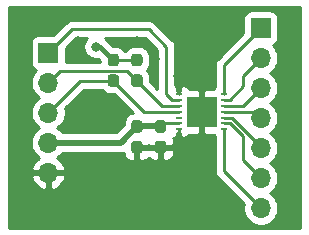
<source format=gtl>
G04 #@! TF.GenerationSoftware,KiCad,Pcbnew,(5.1.6)-1*
G04 #@! TF.CreationDate,2021-04-19T16:32:52+02:00*
G04 #@! TF.ProjectId,LMP91000_Breakout_Board,4c4d5039-3130-4303-905f-427265616b6f,rev?*
G04 #@! TF.SameCoordinates,Original*
G04 #@! TF.FileFunction,Copper,L1,Top*
G04 #@! TF.FilePolarity,Positive*
%FSLAX46Y46*%
G04 Gerber Fmt 4.6, Leading zero omitted, Abs format (unit mm)*
G04 Created by KiCad (PCBNEW (5.1.6)-1) date 2021-04-19 16:32:52*
%MOMM*%
%LPD*%
G01*
G04 APERTURE LIST*
G04 #@! TA.AperFunction,SMDPad,CuDef*
%ADD10R,2.600000X2.600000*%
G04 #@! TD*
G04 #@! TA.AperFunction,SMDPad,CuDef*
%ADD11R,0.600000X0.250000*%
G04 #@! TD*
G04 #@! TA.AperFunction,ComponentPad*
%ADD12O,1.700000X1.700000*%
G04 #@! TD*
G04 #@! TA.AperFunction,ComponentPad*
%ADD13R,1.700000X1.700000*%
G04 #@! TD*
G04 #@! TA.AperFunction,ViaPad*
%ADD14C,0.800000*%
G04 #@! TD*
G04 #@! TA.AperFunction,Conductor*
%ADD15C,0.250000*%
G04 #@! TD*
G04 #@! TA.AperFunction,Conductor*
%ADD16C,0.500000*%
G04 #@! TD*
G04 #@! TA.AperFunction,Conductor*
%ADD17C,0.400000*%
G04 #@! TD*
G04 #@! TA.AperFunction,Conductor*
%ADD18C,0.254000*%
G04 #@! TD*
G04 APERTURE END LIST*
D10*
X145975000Y-87000000D03*
D11*
X144050000Y-85500000D03*
X144050000Y-86000000D03*
X144050000Y-86500000D03*
X144050000Y-87000000D03*
X144050000Y-87500000D03*
X144050000Y-88000000D03*
X144050000Y-88500000D03*
X147850000Y-88500000D03*
X147850000Y-88000000D03*
X147850000Y-87500000D03*
X147850000Y-87000000D03*
X147850000Y-86500000D03*
X147850000Y-86000000D03*
X147850000Y-85500000D03*
G04 #@! TA.AperFunction,SMDPad,CuDef*
G36*
G01*
X140262500Y-83850000D02*
X140737500Y-83850000D01*
G75*
G02*
X140975000Y-84087500I0J-237500D01*
G01*
X140975000Y-84662500D01*
G75*
G02*
X140737500Y-84900000I-237500J0D01*
G01*
X140262500Y-84900000D01*
G75*
G02*
X140025000Y-84662500I0J237500D01*
G01*
X140025000Y-84087500D01*
G75*
G02*
X140262500Y-83850000I237500J0D01*
G01*
G37*
G04 #@! TD.AperFunction*
G04 #@! TA.AperFunction,SMDPad,CuDef*
G36*
G01*
X140262500Y-82100000D02*
X140737500Y-82100000D01*
G75*
G02*
X140975000Y-82337500I0J-237500D01*
G01*
X140975000Y-82912500D01*
G75*
G02*
X140737500Y-83150000I-237500J0D01*
G01*
X140262500Y-83150000D01*
G75*
G02*
X140025000Y-82912500I0J237500D01*
G01*
X140025000Y-82337500D01*
G75*
G02*
X140262500Y-82100000I237500J0D01*
G01*
G37*
G04 #@! TD.AperFunction*
G04 #@! TA.AperFunction,SMDPad,CuDef*
G36*
G01*
X138262500Y-83850000D02*
X138737500Y-83850000D01*
G75*
G02*
X138975000Y-84087500I0J-237500D01*
G01*
X138975000Y-84662500D01*
G75*
G02*
X138737500Y-84900000I-237500J0D01*
G01*
X138262500Y-84900000D01*
G75*
G02*
X138025000Y-84662500I0J237500D01*
G01*
X138025000Y-84087500D01*
G75*
G02*
X138262500Y-83850000I237500J0D01*
G01*
G37*
G04 #@! TD.AperFunction*
G04 #@! TA.AperFunction,SMDPad,CuDef*
G36*
G01*
X138262500Y-82100000D02*
X138737500Y-82100000D01*
G75*
G02*
X138975000Y-82337500I0J-237500D01*
G01*
X138975000Y-82912500D01*
G75*
G02*
X138737500Y-83150000I-237500J0D01*
G01*
X138262500Y-83150000D01*
G75*
G02*
X138025000Y-82912500I0J237500D01*
G01*
X138025000Y-82337500D01*
G75*
G02*
X138262500Y-82100000I237500J0D01*
G01*
G37*
G04 #@! TD.AperFunction*
D12*
X133000000Y-92160000D03*
X133000000Y-89620000D03*
X133000000Y-87080000D03*
X133000000Y-84540000D03*
D13*
X133000000Y-82000000D03*
D12*
X151000000Y-95160000D03*
X151000000Y-92620000D03*
X151000000Y-90080000D03*
X151000000Y-87540000D03*
X151000000Y-85000000D03*
X151000000Y-82460000D03*
D13*
X151000000Y-79920000D03*
G04 #@! TA.AperFunction,SMDPad,CuDef*
G36*
G01*
X140262500Y-89475000D02*
X140737500Y-89475000D01*
G75*
G02*
X140975000Y-89712500I0J-237500D01*
G01*
X140975000Y-90287500D01*
G75*
G02*
X140737500Y-90525000I-237500J0D01*
G01*
X140262500Y-90525000D01*
G75*
G02*
X140025000Y-90287500I0J237500D01*
G01*
X140025000Y-89712500D01*
G75*
G02*
X140262500Y-89475000I237500J0D01*
G01*
G37*
G04 #@! TD.AperFunction*
G04 #@! TA.AperFunction,SMDPad,CuDef*
G36*
G01*
X140262500Y-87725000D02*
X140737500Y-87725000D01*
G75*
G02*
X140975000Y-87962500I0J-237500D01*
G01*
X140975000Y-88537500D01*
G75*
G02*
X140737500Y-88775000I-237500J0D01*
G01*
X140262500Y-88775000D01*
G75*
G02*
X140025000Y-88537500I0J237500D01*
G01*
X140025000Y-87962500D01*
G75*
G02*
X140262500Y-87725000I237500J0D01*
G01*
G37*
G04 #@! TD.AperFunction*
G04 #@! TA.AperFunction,SMDPad,CuDef*
G36*
G01*
X142262500Y-89475000D02*
X142737500Y-89475000D01*
G75*
G02*
X142975000Y-89712500I0J-237500D01*
G01*
X142975000Y-90287500D01*
G75*
G02*
X142737500Y-90525000I-237500J0D01*
G01*
X142262500Y-90525000D01*
G75*
G02*
X142025000Y-90287500I0J237500D01*
G01*
X142025000Y-89712500D01*
G75*
G02*
X142262500Y-89475000I237500J0D01*
G01*
G37*
G04 #@! TD.AperFunction*
G04 #@! TA.AperFunction,SMDPad,CuDef*
G36*
G01*
X142262500Y-87725000D02*
X142737500Y-87725000D01*
G75*
G02*
X142975000Y-87962500I0J-237500D01*
G01*
X142975000Y-88537500D01*
G75*
G02*
X142737500Y-88775000I-237500J0D01*
G01*
X142262500Y-88775000D01*
G75*
G02*
X142025000Y-88537500I0J237500D01*
G01*
X142025000Y-87962500D01*
G75*
G02*
X142262500Y-87725000I237500J0D01*
G01*
G37*
G04 #@! TD.AperFunction*
D14*
X142500000Y-91500000D03*
X140500000Y-91500000D03*
X144000000Y-90000000D03*
X139000000Y-91000000D03*
X146000000Y-84000000D03*
X145000000Y-84000000D03*
X144000000Y-84000000D03*
X136500000Y-88500000D03*
X138500000Y-87000000D03*
X142000000Y-82500000D03*
X140500000Y-81000000D03*
X135500000Y-81000000D03*
X137000000Y-81500000D03*
D15*
X144050000Y-89950000D02*
X144000000Y-90000000D01*
X144050000Y-88500000D02*
X144050000Y-89950000D01*
X144050000Y-84050000D02*
X144000000Y-84000000D01*
X144050000Y-85500000D02*
X144050000Y-84050000D01*
X142750000Y-88000000D02*
X142500000Y-88250000D01*
X144050000Y-88000000D02*
X142750000Y-88000000D01*
D16*
X142500000Y-88250000D02*
X140500000Y-88250000D01*
X139130000Y-89620000D02*
X140500000Y-88250000D01*
X133000000Y-89620000D02*
X139130000Y-89620000D01*
D15*
X140500000Y-82625000D02*
X138500000Y-82625000D01*
D17*
X137375000Y-81500000D02*
X138500000Y-82625000D01*
X137000000Y-81500000D02*
X137375000Y-81500000D01*
D15*
X147850000Y-92010000D02*
X147850000Y-88500000D01*
X151000000Y-95160000D02*
X147850000Y-92010000D01*
X148400000Y-88000000D02*
X149500000Y-89100000D01*
X147850000Y-88000000D02*
X148400000Y-88000000D01*
X149500000Y-91120000D02*
X151000000Y-92620000D01*
X149500000Y-89100000D02*
X149500000Y-91120000D01*
X151000000Y-89963590D02*
X151000000Y-90080000D01*
X148536410Y-87500000D02*
X151000000Y-89963590D01*
X147850000Y-87500000D02*
X148536410Y-87500000D01*
X150460000Y-87000000D02*
X151000000Y-87540000D01*
X147850000Y-87000000D02*
X150460000Y-87000000D01*
X149500000Y-86500000D02*
X151000000Y-85000000D01*
X147850000Y-86500000D02*
X149500000Y-86500000D01*
X148360002Y-86000000D02*
X149500000Y-84860002D01*
X147850000Y-86000000D02*
X148360002Y-86000000D01*
X149500000Y-83960000D02*
X151000000Y-82460000D01*
X149500000Y-84860002D02*
X149500000Y-83960000D01*
X147850000Y-83070000D02*
X151000000Y-79920000D01*
X147850000Y-85500000D02*
X147850000Y-83070000D01*
X141125000Y-87000000D02*
X138500000Y-84375000D01*
X144050000Y-87000000D02*
X141125000Y-87000000D01*
X135705000Y-84375000D02*
X133000000Y-87080000D01*
X138500000Y-84375000D02*
X135705000Y-84375000D01*
X142625000Y-86500000D02*
X140500000Y-84375000D01*
X144050000Y-86500000D02*
X142625000Y-86500000D01*
X134015010Y-83524990D02*
X133000000Y-84540000D01*
X139649990Y-83524990D02*
X134015010Y-83524990D01*
X140500000Y-84375000D02*
X139649990Y-83524990D01*
X143500000Y-86000000D02*
X143000000Y-85500000D01*
X144050000Y-86000000D02*
X143500000Y-86000000D01*
X143000000Y-85500000D02*
X143000000Y-81500000D01*
X143000000Y-81500000D02*
X141500000Y-80000000D01*
X135000000Y-80000000D02*
X133000000Y-82000000D01*
X141500000Y-80000000D02*
X135000000Y-80000000D01*
D18*
G36*
X154340000Y-96840000D02*
G01*
X129660000Y-96840000D01*
X129660000Y-92516890D01*
X131558524Y-92516890D01*
X131603175Y-92664099D01*
X131728359Y-92926920D01*
X131902412Y-93160269D01*
X132118645Y-93355178D01*
X132368748Y-93504157D01*
X132643109Y-93601481D01*
X132873000Y-93480814D01*
X132873000Y-92287000D01*
X133127000Y-92287000D01*
X133127000Y-93480814D01*
X133356891Y-93601481D01*
X133631252Y-93504157D01*
X133881355Y-93355178D01*
X134097588Y-93160269D01*
X134271641Y-92926920D01*
X134396825Y-92664099D01*
X134441476Y-92516890D01*
X134320155Y-92287000D01*
X133127000Y-92287000D01*
X132873000Y-92287000D01*
X131679845Y-92287000D01*
X131558524Y-92516890D01*
X129660000Y-92516890D01*
X129660000Y-81150000D01*
X131511928Y-81150000D01*
X131511928Y-82850000D01*
X131524188Y-82974482D01*
X131560498Y-83094180D01*
X131619463Y-83204494D01*
X131698815Y-83301185D01*
X131795506Y-83380537D01*
X131905820Y-83439502D01*
X131978380Y-83461513D01*
X131846525Y-83593368D01*
X131684010Y-83836589D01*
X131572068Y-84106842D01*
X131515000Y-84393740D01*
X131515000Y-84686260D01*
X131572068Y-84973158D01*
X131684010Y-85243411D01*
X131846525Y-85486632D01*
X132053368Y-85693475D01*
X132227760Y-85810000D01*
X132053368Y-85926525D01*
X131846525Y-86133368D01*
X131684010Y-86376589D01*
X131572068Y-86646842D01*
X131515000Y-86933740D01*
X131515000Y-87226260D01*
X131572068Y-87513158D01*
X131684010Y-87783411D01*
X131846525Y-88026632D01*
X132053368Y-88233475D01*
X132227760Y-88350000D01*
X132053368Y-88466525D01*
X131846525Y-88673368D01*
X131684010Y-88916589D01*
X131572068Y-89186842D01*
X131515000Y-89473740D01*
X131515000Y-89766260D01*
X131572068Y-90053158D01*
X131684010Y-90323411D01*
X131846525Y-90566632D01*
X132053368Y-90773475D01*
X132235534Y-90895195D01*
X132118645Y-90964822D01*
X131902412Y-91159731D01*
X131728359Y-91393080D01*
X131603175Y-91655901D01*
X131558524Y-91803110D01*
X131679845Y-92033000D01*
X132873000Y-92033000D01*
X132873000Y-92013000D01*
X133127000Y-92013000D01*
X133127000Y-92033000D01*
X134320155Y-92033000D01*
X134441476Y-91803110D01*
X134396825Y-91655901D01*
X134271641Y-91393080D01*
X134097588Y-91159731D01*
X133881355Y-90964822D01*
X133764466Y-90895195D01*
X133946632Y-90773475D01*
X134153475Y-90566632D01*
X134194656Y-90505000D01*
X139086531Y-90505000D01*
X139130000Y-90509281D01*
X139173469Y-90505000D01*
X139173477Y-90505000D01*
X139303490Y-90492195D01*
X139387677Y-90466657D01*
X139386928Y-90525000D01*
X139399188Y-90649482D01*
X139435498Y-90769180D01*
X139494463Y-90879494D01*
X139573815Y-90976185D01*
X139670506Y-91055537D01*
X139780820Y-91114502D01*
X139900518Y-91150812D01*
X140025000Y-91163072D01*
X140214250Y-91160000D01*
X140373000Y-91001250D01*
X140373000Y-90127000D01*
X140627000Y-90127000D01*
X140627000Y-91001250D01*
X140785750Y-91160000D01*
X140975000Y-91163072D01*
X141099482Y-91150812D01*
X141219180Y-91114502D01*
X141329494Y-91055537D01*
X141426185Y-90976185D01*
X141500000Y-90886241D01*
X141573815Y-90976185D01*
X141670506Y-91055537D01*
X141780820Y-91114502D01*
X141900518Y-91150812D01*
X142025000Y-91163072D01*
X142214250Y-91160000D01*
X142373000Y-91001250D01*
X142373000Y-90127000D01*
X142627000Y-90127000D01*
X142627000Y-91001250D01*
X142785750Y-91160000D01*
X142975000Y-91163072D01*
X143099482Y-91150812D01*
X143219180Y-91114502D01*
X143329494Y-91055537D01*
X143426185Y-90976185D01*
X143505537Y-90879494D01*
X143564502Y-90769180D01*
X143600812Y-90649482D01*
X143613072Y-90525000D01*
X143610000Y-90285750D01*
X143451250Y-90127000D01*
X142627000Y-90127000D01*
X142373000Y-90127000D01*
X141548750Y-90127000D01*
X141500000Y-90175750D01*
X141451250Y-90127000D01*
X140627000Y-90127000D01*
X140373000Y-90127000D01*
X140353000Y-90127000D01*
X140353000Y-89873000D01*
X140373000Y-89873000D01*
X140373000Y-89853000D01*
X140627000Y-89853000D01*
X140627000Y-89873000D01*
X141451250Y-89873000D01*
X141500000Y-89824250D01*
X141548750Y-89873000D01*
X142373000Y-89873000D01*
X142373000Y-89853000D01*
X142627000Y-89853000D01*
X142627000Y-89873000D01*
X143451250Y-89873000D01*
X143610000Y-89714250D01*
X143613072Y-89475000D01*
X143600812Y-89350518D01*
X143565085Y-89232743D01*
X143642661Y-89253979D01*
X143764250Y-89260000D01*
X143923000Y-89101250D01*
X143923000Y-88763072D01*
X144177000Y-88763072D01*
X144177000Y-89101250D01*
X144335750Y-89260000D01*
X144457339Y-89253979D01*
X144577985Y-89220952D01*
X144689868Y-89165023D01*
X144788691Y-89088342D01*
X144870656Y-88993855D01*
X144902855Y-88937382D01*
X145689250Y-88935000D01*
X145848000Y-88776250D01*
X145848000Y-87127000D01*
X145828000Y-87127000D01*
X145828000Y-86873000D01*
X145848000Y-86873000D01*
X145848000Y-85223750D01*
X146102000Y-85223750D01*
X146102000Y-86873000D01*
X146122000Y-86873000D01*
X146122000Y-87127000D01*
X146102000Y-87127000D01*
X146102000Y-88776250D01*
X146260750Y-88935000D01*
X146996872Y-88937230D01*
X147019463Y-88979494D01*
X147090001Y-89065445D01*
X147090000Y-91972677D01*
X147086324Y-92010000D01*
X147090000Y-92047322D01*
X147090000Y-92047332D01*
X147100997Y-92158985D01*
X147139829Y-92287000D01*
X147144454Y-92302246D01*
X147215026Y-92434276D01*
X147245176Y-92471013D01*
X147309999Y-92550001D01*
X147339003Y-92573804D01*
X149558790Y-94793592D01*
X149515000Y-95013740D01*
X149515000Y-95306260D01*
X149572068Y-95593158D01*
X149684010Y-95863411D01*
X149846525Y-96106632D01*
X150053368Y-96313475D01*
X150296589Y-96475990D01*
X150566842Y-96587932D01*
X150853740Y-96645000D01*
X151146260Y-96645000D01*
X151433158Y-96587932D01*
X151703411Y-96475990D01*
X151946632Y-96313475D01*
X152153475Y-96106632D01*
X152315990Y-95863411D01*
X152427932Y-95593158D01*
X152485000Y-95306260D01*
X152485000Y-95013740D01*
X152427932Y-94726842D01*
X152315990Y-94456589D01*
X152153475Y-94213368D01*
X151946632Y-94006525D01*
X151772240Y-93890000D01*
X151946632Y-93773475D01*
X152153475Y-93566632D01*
X152315990Y-93323411D01*
X152427932Y-93053158D01*
X152485000Y-92766260D01*
X152485000Y-92473740D01*
X152427932Y-92186842D01*
X152315990Y-91916589D01*
X152153475Y-91673368D01*
X151946632Y-91466525D01*
X151772240Y-91350000D01*
X151946632Y-91233475D01*
X152153475Y-91026632D01*
X152315990Y-90783411D01*
X152427932Y-90513158D01*
X152485000Y-90226260D01*
X152485000Y-89933740D01*
X152427932Y-89646842D01*
X152315990Y-89376589D01*
X152153475Y-89133368D01*
X151946632Y-88926525D01*
X151772240Y-88810000D01*
X151946632Y-88693475D01*
X152153475Y-88486632D01*
X152315990Y-88243411D01*
X152427932Y-87973158D01*
X152485000Y-87686260D01*
X152485000Y-87393740D01*
X152427932Y-87106842D01*
X152315990Y-86836589D01*
X152153475Y-86593368D01*
X151946632Y-86386525D01*
X151772240Y-86270000D01*
X151946632Y-86153475D01*
X152153475Y-85946632D01*
X152315990Y-85703411D01*
X152427932Y-85433158D01*
X152485000Y-85146260D01*
X152485000Y-84853740D01*
X152427932Y-84566842D01*
X152315990Y-84296589D01*
X152153475Y-84053368D01*
X151946632Y-83846525D01*
X151772240Y-83730000D01*
X151946632Y-83613475D01*
X152153475Y-83406632D01*
X152315990Y-83163411D01*
X152427932Y-82893158D01*
X152485000Y-82606260D01*
X152485000Y-82313740D01*
X152427932Y-82026842D01*
X152315990Y-81756589D01*
X152153475Y-81513368D01*
X152021620Y-81381513D01*
X152094180Y-81359502D01*
X152204494Y-81300537D01*
X152301185Y-81221185D01*
X152380537Y-81124494D01*
X152439502Y-81014180D01*
X152475812Y-80894482D01*
X152488072Y-80770000D01*
X152488072Y-79070000D01*
X152475812Y-78945518D01*
X152439502Y-78825820D01*
X152380537Y-78715506D01*
X152301185Y-78618815D01*
X152204494Y-78539463D01*
X152094180Y-78480498D01*
X151974482Y-78444188D01*
X151850000Y-78431928D01*
X150150000Y-78431928D01*
X150025518Y-78444188D01*
X149905820Y-78480498D01*
X149795506Y-78539463D01*
X149698815Y-78618815D01*
X149619463Y-78715506D01*
X149560498Y-78825820D01*
X149524188Y-78945518D01*
X149511928Y-79070000D01*
X149511928Y-80333270D01*
X147338998Y-82506201D01*
X147310000Y-82529999D01*
X147286202Y-82558997D01*
X147286201Y-82558998D01*
X147215026Y-82645724D01*
X147144454Y-82777754D01*
X147141138Y-82788687D01*
X147100998Y-82921014D01*
X147095732Y-82974482D01*
X147086324Y-83070000D01*
X147090001Y-83107332D01*
X147090000Y-84934556D01*
X147019463Y-85020506D01*
X146996872Y-85062770D01*
X146260750Y-85065000D01*
X146102000Y-85223750D01*
X145848000Y-85223750D01*
X145689250Y-85065000D01*
X144902855Y-85062618D01*
X144870656Y-85006145D01*
X144788691Y-84911658D01*
X144689868Y-84834977D01*
X144577985Y-84779048D01*
X144457339Y-84746021D01*
X144335750Y-84740000D01*
X144177000Y-84898750D01*
X144177000Y-85236928D01*
X143923000Y-85236928D01*
X143923000Y-84898750D01*
X143764250Y-84740000D01*
X143760000Y-84740210D01*
X143760000Y-81537322D01*
X143763676Y-81499999D01*
X143760000Y-81462676D01*
X143760000Y-81462667D01*
X143749003Y-81351014D01*
X143705546Y-81207753D01*
X143634974Y-81075724D01*
X143540001Y-80959999D01*
X143511003Y-80936201D01*
X142063804Y-79489003D01*
X142040001Y-79459999D01*
X141924276Y-79365026D01*
X141792247Y-79294454D01*
X141648986Y-79250997D01*
X141537333Y-79240000D01*
X141537322Y-79240000D01*
X141500000Y-79236324D01*
X141462678Y-79240000D01*
X135037322Y-79240000D01*
X134999999Y-79236324D01*
X134962676Y-79240000D01*
X134962667Y-79240000D01*
X134851014Y-79250997D01*
X134707753Y-79294454D01*
X134575723Y-79365026D01*
X134557479Y-79379999D01*
X134459999Y-79459999D01*
X134436201Y-79488997D01*
X133413271Y-80511928D01*
X132150000Y-80511928D01*
X132025518Y-80524188D01*
X131905820Y-80560498D01*
X131795506Y-80619463D01*
X131698815Y-80698815D01*
X131619463Y-80795506D01*
X131560498Y-80905820D01*
X131524188Y-81025518D01*
X131511928Y-81150000D01*
X129660000Y-81150000D01*
X129660000Y-78160000D01*
X154340001Y-78160000D01*
X154340000Y-96840000D01*
G37*
X154340000Y-96840000D02*
X129660000Y-96840000D01*
X129660000Y-92516890D01*
X131558524Y-92516890D01*
X131603175Y-92664099D01*
X131728359Y-92926920D01*
X131902412Y-93160269D01*
X132118645Y-93355178D01*
X132368748Y-93504157D01*
X132643109Y-93601481D01*
X132873000Y-93480814D01*
X132873000Y-92287000D01*
X133127000Y-92287000D01*
X133127000Y-93480814D01*
X133356891Y-93601481D01*
X133631252Y-93504157D01*
X133881355Y-93355178D01*
X134097588Y-93160269D01*
X134271641Y-92926920D01*
X134396825Y-92664099D01*
X134441476Y-92516890D01*
X134320155Y-92287000D01*
X133127000Y-92287000D01*
X132873000Y-92287000D01*
X131679845Y-92287000D01*
X131558524Y-92516890D01*
X129660000Y-92516890D01*
X129660000Y-81150000D01*
X131511928Y-81150000D01*
X131511928Y-82850000D01*
X131524188Y-82974482D01*
X131560498Y-83094180D01*
X131619463Y-83204494D01*
X131698815Y-83301185D01*
X131795506Y-83380537D01*
X131905820Y-83439502D01*
X131978380Y-83461513D01*
X131846525Y-83593368D01*
X131684010Y-83836589D01*
X131572068Y-84106842D01*
X131515000Y-84393740D01*
X131515000Y-84686260D01*
X131572068Y-84973158D01*
X131684010Y-85243411D01*
X131846525Y-85486632D01*
X132053368Y-85693475D01*
X132227760Y-85810000D01*
X132053368Y-85926525D01*
X131846525Y-86133368D01*
X131684010Y-86376589D01*
X131572068Y-86646842D01*
X131515000Y-86933740D01*
X131515000Y-87226260D01*
X131572068Y-87513158D01*
X131684010Y-87783411D01*
X131846525Y-88026632D01*
X132053368Y-88233475D01*
X132227760Y-88350000D01*
X132053368Y-88466525D01*
X131846525Y-88673368D01*
X131684010Y-88916589D01*
X131572068Y-89186842D01*
X131515000Y-89473740D01*
X131515000Y-89766260D01*
X131572068Y-90053158D01*
X131684010Y-90323411D01*
X131846525Y-90566632D01*
X132053368Y-90773475D01*
X132235534Y-90895195D01*
X132118645Y-90964822D01*
X131902412Y-91159731D01*
X131728359Y-91393080D01*
X131603175Y-91655901D01*
X131558524Y-91803110D01*
X131679845Y-92033000D01*
X132873000Y-92033000D01*
X132873000Y-92013000D01*
X133127000Y-92013000D01*
X133127000Y-92033000D01*
X134320155Y-92033000D01*
X134441476Y-91803110D01*
X134396825Y-91655901D01*
X134271641Y-91393080D01*
X134097588Y-91159731D01*
X133881355Y-90964822D01*
X133764466Y-90895195D01*
X133946632Y-90773475D01*
X134153475Y-90566632D01*
X134194656Y-90505000D01*
X139086531Y-90505000D01*
X139130000Y-90509281D01*
X139173469Y-90505000D01*
X139173477Y-90505000D01*
X139303490Y-90492195D01*
X139387677Y-90466657D01*
X139386928Y-90525000D01*
X139399188Y-90649482D01*
X139435498Y-90769180D01*
X139494463Y-90879494D01*
X139573815Y-90976185D01*
X139670506Y-91055537D01*
X139780820Y-91114502D01*
X139900518Y-91150812D01*
X140025000Y-91163072D01*
X140214250Y-91160000D01*
X140373000Y-91001250D01*
X140373000Y-90127000D01*
X140627000Y-90127000D01*
X140627000Y-91001250D01*
X140785750Y-91160000D01*
X140975000Y-91163072D01*
X141099482Y-91150812D01*
X141219180Y-91114502D01*
X141329494Y-91055537D01*
X141426185Y-90976185D01*
X141500000Y-90886241D01*
X141573815Y-90976185D01*
X141670506Y-91055537D01*
X141780820Y-91114502D01*
X141900518Y-91150812D01*
X142025000Y-91163072D01*
X142214250Y-91160000D01*
X142373000Y-91001250D01*
X142373000Y-90127000D01*
X142627000Y-90127000D01*
X142627000Y-91001250D01*
X142785750Y-91160000D01*
X142975000Y-91163072D01*
X143099482Y-91150812D01*
X143219180Y-91114502D01*
X143329494Y-91055537D01*
X143426185Y-90976185D01*
X143505537Y-90879494D01*
X143564502Y-90769180D01*
X143600812Y-90649482D01*
X143613072Y-90525000D01*
X143610000Y-90285750D01*
X143451250Y-90127000D01*
X142627000Y-90127000D01*
X142373000Y-90127000D01*
X141548750Y-90127000D01*
X141500000Y-90175750D01*
X141451250Y-90127000D01*
X140627000Y-90127000D01*
X140373000Y-90127000D01*
X140353000Y-90127000D01*
X140353000Y-89873000D01*
X140373000Y-89873000D01*
X140373000Y-89853000D01*
X140627000Y-89853000D01*
X140627000Y-89873000D01*
X141451250Y-89873000D01*
X141500000Y-89824250D01*
X141548750Y-89873000D01*
X142373000Y-89873000D01*
X142373000Y-89853000D01*
X142627000Y-89853000D01*
X142627000Y-89873000D01*
X143451250Y-89873000D01*
X143610000Y-89714250D01*
X143613072Y-89475000D01*
X143600812Y-89350518D01*
X143565085Y-89232743D01*
X143642661Y-89253979D01*
X143764250Y-89260000D01*
X143923000Y-89101250D01*
X143923000Y-88763072D01*
X144177000Y-88763072D01*
X144177000Y-89101250D01*
X144335750Y-89260000D01*
X144457339Y-89253979D01*
X144577985Y-89220952D01*
X144689868Y-89165023D01*
X144788691Y-89088342D01*
X144870656Y-88993855D01*
X144902855Y-88937382D01*
X145689250Y-88935000D01*
X145848000Y-88776250D01*
X145848000Y-87127000D01*
X145828000Y-87127000D01*
X145828000Y-86873000D01*
X145848000Y-86873000D01*
X145848000Y-85223750D01*
X146102000Y-85223750D01*
X146102000Y-86873000D01*
X146122000Y-86873000D01*
X146122000Y-87127000D01*
X146102000Y-87127000D01*
X146102000Y-88776250D01*
X146260750Y-88935000D01*
X146996872Y-88937230D01*
X147019463Y-88979494D01*
X147090001Y-89065445D01*
X147090000Y-91972677D01*
X147086324Y-92010000D01*
X147090000Y-92047322D01*
X147090000Y-92047332D01*
X147100997Y-92158985D01*
X147139829Y-92287000D01*
X147144454Y-92302246D01*
X147215026Y-92434276D01*
X147245176Y-92471013D01*
X147309999Y-92550001D01*
X147339003Y-92573804D01*
X149558790Y-94793592D01*
X149515000Y-95013740D01*
X149515000Y-95306260D01*
X149572068Y-95593158D01*
X149684010Y-95863411D01*
X149846525Y-96106632D01*
X150053368Y-96313475D01*
X150296589Y-96475990D01*
X150566842Y-96587932D01*
X150853740Y-96645000D01*
X151146260Y-96645000D01*
X151433158Y-96587932D01*
X151703411Y-96475990D01*
X151946632Y-96313475D01*
X152153475Y-96106632D01*
X152315990Y-95863411D01*
X152427932Y-95593158D01*
X152485000Y-95306260D01*
X152485000Y-95013740D01*
X152427932Y-94726842D01*
X152315990Y-94456589D01*
X152153475Y-94213368D01*
X151946632Y-94006525D01*
X151772240Y-93890000D01*
X151946632Y-93773475D01*
X152153475Y-93566632D01*
X152315990Y-93323411D01*
X152427932Y-93053158D01*
X152485000Y-92766260D01*
X152485000Y-92473740D01*
X152427932Y-92186842D01*
X152315990Y-91916589D01*
X152153475Y-91673368D01*
X151946632Y-91466525D01*
X151772240Y-91350000D01*
X151946632Y-91233475D01*
X152153475Y-91026632D01*
X152315990Y-90783411D01*
X152427932Y-90513158D01*
X152485000Y-90226260D01*
X152485000Y-89933740D01*
X152427932Y-89646842D01*
X152315990Y-89376589D01*
X152153475Y-89133368D01*
X151946632Y-88926525D01*
X151772240Y-88810000D01*
X151946632Y-88693475D01*
X152153475Y-88486632D01*
X152315990Y-88243411D01*
X152427932Y-87973158D01*
X152485000Y-87686260D01*
X152485000Y-87393740D01*
X152427932Y-87106842D01*
X152315990Y-86836589D01*
X152153475Y-86593368D01*
X151946632Y-86386525D01*
X151772240Y-86270000D01*
X151946632Y-86153475D01*
X152153475Y-85946632D01*
X152315990Y-85703411D01*
X152427932Y-85433158D01*
X152485000Y-85146260D01*
X152485000Y-84853740D01*
X152427932Y-84566842D01*
X152315990Y-84296589D01*
X152153475Y-84053368D01*
X151946632Y-83846525D01*
X151772240Y-83730000D01*
X151946632Y-83613475D01*
X152153475Y-83406632D01*
X152315990Y-83163411D01*
X152427932Y-82893158D01*
X152485000Y-82606260D01*
X152485000Y-82313740D01*
X152427932Y-82026842D01*
X152315990Y-81756589D01*
X152153475Y-81513368D01*
X152021620Y-81381513D01*
X152094180Y-81359502D01*
X152204494Y-81300537D01*
X152301185Y-81221185D01*
X152380537Y-81124494D01*
X152439502Y-81014180D01*
X152475812Y-80894482D01*
X152488072Y-80770000D01*
X152488072Y-79070000D01*
X152475812Y-78945518D01*
X152439502Y-78825820D01*
X152380537Y-78715506D01*
X152301185Y-78618815D01*
X152204494Y-78539463D01*
X152094180Y-78480498D01*
X151974482Y-78444188D01*
X151850000Y-78431928D01*
X150150000Y-78431928D01*
X150025518Y-78444188D01*
X149905820Y-78480498D01*
X149795506Y-78539463D01*
X149698815Y-78618815D01*
X149619463Y-78715506D01*
X149560498Y-78825820D01*
X149524188Y-78945518D01*
X149511928Y-79070000D01*
X149511928Y-80333270D01*
X147338998Y-82506201D01*
X147310000Y-82529999D01*
X147286202Y-82558997D01*
X147286201Y-82558998D01*
X147215026Y-82645724D01*
X147144454Y-82777754D01*
X147141138Y-82788687D01*
X147100998Y-82921014D01*
X147095732Y-82974482D01*
X147086324Y-83070000D01*
X147090001Y-83107332D01*
X147090000Y-84934556D01*
X147019463Y-85020506D01*
X146996872Y-85062770D01*
X146260750Y-85065000D01*
X146102000Y-85223750D01*
X145848000Y-85223750D01*
X145689250Y-85065000D01*
X144902855Y-85062618D01*
X144870656Y-85006145D01*
X144788691Y-84911658D01*
X144689868Y-84834977D01*
X144577985Y-84779048D01*
X144457339Y-84746021D01*
X144335750Y-84740000D01*
X144177000Y-84898750D01*
X144177000Y-85236928D01*
X143923000Y-85236928D01*
X143923000Y-84898750D01*
X143764250Y-84740000D01*
X143760000Y-84740210D01*
X143760000Y-81537322D01*
X143763676Y-81499999D01*
X143760000Y-81462676D01*
X143760000Y-81462667D01*
X143749003Y-81351014D01*
X143705546Y-81207753D01*
X143634974Y-81075724D01*
X143540001Y-80959999D01*
X143511003Y-80936201D01*
X142063804Y-79489003D01*
X142040001Y-79459999D01*
X141924276Y-79365026D01*
X141792247Y-79294454D01*
X141648986Y-79250997D01*
X141537333Y-79240000D01*
X141537322Y-79240000D01*
X141500000Y-79236324D01*
X141462678Y-79240000D01*
X135037322Y-79240000D01*
X134999999Y-79236324D01*
X134962676Y-79240000D01*
X134962667Y-79240000D01*
X134851014Y-79250997D01*
X134707753Y-79294454D01*
X134575723Y-79365026D01*
X134557479Y-79379999D01*
X134459999Y-79459999D01*
X134436201Y-79488997D01*
X133413271Y-80511928D01*
X132150000Y-80511928D01*
X132025518Y-80524188D01*
X131905820Y-80560498D01*
X131795506Y-80619463D01*
X131698815Y-80698815D01*
X131619463Y-80795506D01*
X131560498Y-80905820D01*
X131524188Y-81025518D01*
X131511928Y-81150000D01*
X129660000Y-81150000D01*
X129660000Y-78160000D01*
X154340001Y-78160000D01*
X154340000Y-96840000D01*
G36*
X137534488Y-85148942D02*
G01*
X137643377Y-85281623D01*
X137776058Y-85390512D01*
X137927433Y-85471423D01*
X138091684Y-85521248D01*
X138262500Y-85538072D01*
X138588271Y-85538072D01*
X140148367Y-87098169D01*
X140091684Y-87103752D01*
X139927433Y-87153577D01*
X139776058Y-87234488D01*
X139643377Y-87343377D01*
X139534488Y-87476058D01*
X139453577Y-87627433D01*
X139403752Y-87791684D01*
X139386928Y-87962500D01*
X139386928Y-88111493D01*
X138763422Y-88735000D01*
X134194656Y-88735000D01*
X134153475Y-88673368D01*
X133946632Y-88466525D01*
X133772240Y-88350000D01*
X133946632Y-88233475D01*
X134153475Y-88026632D01*
X134315990Y-87783411D01*
X134427932Y-87513158D01*
X134485000Y-87226260D01*
X134485000Y-86933740D01*
X134441209Y-86713592D01*
X136019802Y-85135000D01*
X137527036Y-85135000D01*
X137534488Y-85148942D01*
G37*
X137534488Y-85148942D02*
X137643377Y-85281623D01*
X137776058Y-85390512D01*
X137927433Y-85471423D01*
X138091684Y-85521248D01*
X138262500Y-85538072D01*
X138588271Y-85538072D01*
X140148367Y-87098169D01*
X140091684Y-87103752D01*
X139927433Y-87153577D01*
X139776058Y-87234488D01*
X139643377Y-87343377D01*
X139534488Y-87476058D01*
X139453577Y-87627433D01*
X139403752Y-87791684D01*
X139386928Y-87962500D01*
X139386928Y-88111493D01*
X138763422Y-88735000D01*
X134194656Y-88735000D01*
X134153475Y-88673368D01*
X133946632Y-88466525D01*
X133772240Y-88350000D01*
X133946632Y-88233475D01*
X134153475Y-88026632D01*
X134315990Y-87783411D01*
X134427932Y-87513158D01*
X134485000Y-87226260D01*
X134485000Y-86933740D01*
X134441209Y-86713592D01*
X136019802Y-85135000D01*
X137527036Y-85135000D01*
X137534488Y-85148942D01*
G36*
X142240001Y-81814803D02*
G01*
X142240000Y-85040199D01*
X141613072Y-84413271D01*
X141613072Y-84087500D01*
X141596248Y-83916684D01*
X141546423Y-83752433D01*
X141465512Y-83601058D01*
X141382575Y-83500000D01*
X141465512Y-83398942D01*
X141546423Y-83247567D01*
X141596248Y-83083316D01*
X141613072Y-82912500D01*
X141613072Y-82337500D01*
X141596248Y-82166684D01*
X141546423Y-82002433D01*
X141465512Y-81851058D01*
X141356623Y-81718377D01*
X141223942Y-81609488D01*
X141072567Y-81528577D01*
X140908316Y-81478752D01*
X140737500Y-81461928D01*
X140262500Y-81461928D01*
X140091684Y-81478752D01*
X139927433Y-81528577D01*
X139776058Y-81609488D01*
X139643377Y-81718377D01*
X139534488Y-81851058D01*
X139527036Y-81865000D01*
X139472964Y-81865000D01*
X139465512Y-81851058D01*
X139356623Y-81718377D01*
X139223942Y-81609488D01*
X139072567Y-81528577D01*
X138908316Y-81478752D01*
X138737500Y-81461928D01*
X138517795Y-81461928D01*
X137994446Y-80938579D01*
X137968291Y-80906709D01*
X137841146Y-80802364D01*
X137761889Y-80760000D01*
X141185199Y-80760000D01*
X142240001Y-81814803D01*
G37*
X142240001Y-81814803D02*
X142240000Y-85040199D01*
X141613072Y-84413271D01*
X141613072Y-84087500D01*
X141596248Y-83916684D01*
X141546423Y-83752433D01*
X141465512Y-83601058D01*
X141382575Y-83500000D01*
X141465512Y-83398942D01*
X141546423Y-83247567D01*
X141596248Y-83083316D01*
X141613072Y-82912500D01*
X141613072Y-82337500D01*
X141596248Y-82166684D01*
X141546423Y-82002433D01*
X141465512Y-81851058D01*
X141356623Y-81718377D01*
X141223942Y-81609488D01*
X141072567Y-81528577D01*
X140908316Y-81478752D01*
X140737500Y-81461928D01*
X140262500Y-81461928D01*
X140091684Y-81478752D01*
X139927433Y-81528577D01*
X139776058Y-81609488D01*
X139643377Y-81718377D01*
X139534488Y-81851058D01*
X139527036Y-81865000D01*
X139472964Y-81865000D01*
X139465512Y-81851058D01*
X139356623Y-81718377D01*
X139223942Y-81609488D01*
X139072567Y-81528577D01*
X138908316Y-81478752D01*
X138737500Y-81461928D01*
X138517795Y-81461928D01*
X137994446Y-80938579D01*
X137968291Y-80906709D01*
X137841146Y-80802364D01*
X137761889Y-80760000D01*
X141185199Y-80760000D01*
X142240001Y-81814803D01*
G36*
X136196063Y-80840226D02*
G01*
X136082795Y-81009744D01*
X136004774Y-81198102D01*
X135965000Y-81398061D01*
X135965000Y-81601939D01*
X136004774Y-81801898D01*
X136082795Y-81990256D01*
X136196063Y-82159774D01*
X136340226Y-82303937D01*
X136509744Y-82417205D01*
X136698102Y-82495226D01*
X136898061Y-82535000D01*
X137101939Y-82535000D01*
X137208030Y-82513897D01*
X137386928Y-82692796D01*
X137386928Y-82764990D01*
X134488072Y-82764990D01*
X134488072Y-81586729D01*
X135314802Y-80760000D01*
X136276289Y-80760000D01*
X136196063Y-80840226D01*
G37*
X136196063Y-80840226D02*
X136082795Y-81009744D01*
X136004774Y-81198102D01*
X135965000Y-81398061D01*
X135965000Y-81601939D01*
X136004774Y-81801898D01*
X136082795Y-81990256D01*
X136196063Y-82159774D01*
X136340226Y-82303937D01*
X136509744Y-82417205D01*
X136698102Y-82495226D01*
X136898061Y-82535000D01*
X137101939Y-82535000D01*
X137208030Y-82513897D01*
X137386928Y-82692796D01*
X137386928Y-82764990D01*
X134488072Y-82764990D01*
X134488072Y-81586729D01*
X135314802Y-80760000D01*
X136276289Y-80760000D01*
X136196063Y-80840226D01*
M02*

</source>
